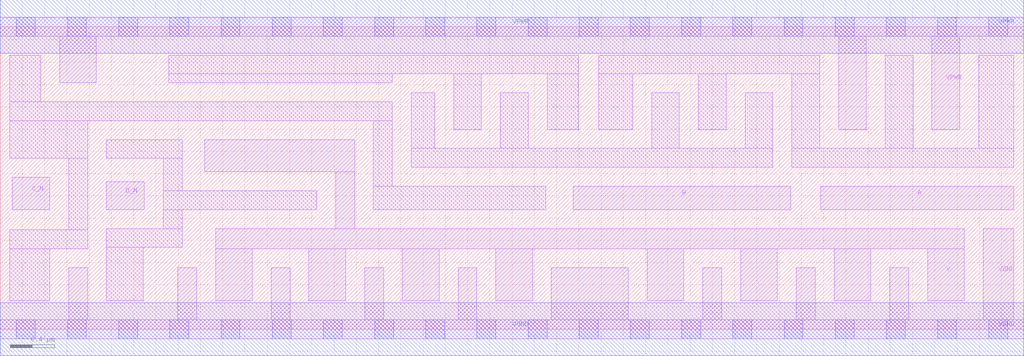
<source format=lef>
# Copyright 2020 The SkyWater PDK Authors
#
# Licensed under the Apache License, Version 2.0 (the "License");
# you may not use this file except in compliance with the License.
# You may obtain a copy of the License at
#
#     https://www.apache.org/licenses/LICENSE-2.0
#
# Unless required by applicable law or agreed to in writing, software
# distributed under the License is distributed on an "AS IS" BASIS,
# WITHOUT WARRANTIES OR CONDITIONS OF ANY KIND, either express or implied.
# See the License for the specific language governing permissions and
# limitations under the License.
#
# SPDX-License-Identifier: Apache-2.0

VERSION 5.7 ;
  NAMESCASESENSITIVE ON ;
  NOWIREEXTENSIONATPIN ON ;
  DIVIDERCHAR "/" ;
  BUSBITCHARS "[]" ;
UNITS
  DATABASE MICRONS 200 ;
END UNITS
MACRO sky130_fd_sc_hd__nor4bb_4
  CLASS CORE ;
  SOURCE USER ;
  FOREIGN sky130_fd_sc_hd__nor4bb_4 ;
  ORIGIN  0.000000  0.000000 ;
  SIZE  9.200000 BY  2.720000 ;
  SYMMETRY X Y R90 ;
  SITE unithd ;
  PIN A
    ANTENNAGATEAREA  0.990000 ;
    DIRECTION INPUT ;
    USE SIGNAL ;
    PORT
      LAYER li1 ;
        RECT 7.375000 1.075000 9.110000 1.285000 ;
    END
  END A
  PIN B
    ANTENNAGATEAREA  0.990000 ;
    DIRECTION INPUT ;
    USE SIGNAL ;
    PORT
      LAYER li1 ;
        RECT 5.150000 1.075000 7.105000 1.285000 ;
    END
  END B
  PIN C_N
    ANTENNAGATEAREA  0.247500 ;
    DIRECTION INPUT ;
    USE SIGNAL ;
    PORT
      LAYER li1 ;
        RECT 0.110000 1.075000 0.445000 1.365000 ;
    END
  END C_N
  PIN D_N
    ANTENNAGATEAREA  0.247500 ;
    DIRECTION INPUT ;
    USE SIGNAL ;
    PORT
      LAYER li1 ;
        RECT 0.955000 1.075000 1.295000 1.325000 ;
    END
  END D_N
  PIN Y
    ANTENNADIFFAREA  1.944000 ;
    DIRECTION OUTPUT ;
    USE SIGNAL ;
    PORT
      LAYER li1 ;
        RECT 1.840000 1.415000 3.185000 1.705000 ;
        RECT 1.935000 0.255000 2.265000 0.725000 ;
        RECT 1.935000 0.725000 8.665000 0.905000 ;
        RECT 2.775000 0.255000 3.105000 0.725000 ;
        RECT 3.015000 0.905000 3.185000 1.415000 ;
        RECT 3.615000 0.255000 3.945000 0.725000 ;
        RECT 4.455000 0.255000 4.785000 0.725000 ;
        RECT 5.815000 0.255000 6.145000 0.725000 ;
        RECT 6.655000 0.255000 6.985000 0.725000 ;
        RECT 7.495000 0.255000 7.825000 0.725000 ;
        RECT 8.335000 0.255000 8.665000 0.725000 ;
    END
  END Y
  PIN VGND
    DIRECTION INOUT ;
    SHAPE ABUTMENT ;
    USE GROUND ;
    PORT
      LAYER li1 ;
        RECT 0.000000 -0.085000 9.200000 0.085000 ;
        RECT 0.615000  0.085000 0.785000 0.555000 ;
        RECT 1.595000  0.085000 1.765000 0.555000 ;
        RECT 2.435000  0.085000 2.605000 0.555000 ;
        RECT 3.275000  0.085000 3.445000 0.555000 ;
        RECT 4.115000  0.085000 4.285000 0.555000 ;
        RECT 4.955000  0.085000 5.645000 0.555000 ;
        RECT 6.315000  0.085000 6.485000 0.555000 ;
        RECT 7.155000  0.085000 7.325000 0.555000 ;
        RECT 7.995000  0.085000 8.165000 0.555000 ;
        RECT 8.835000  0.085000 9.110000 0.905000 ;
      LAYER mcon ;
        RECT 0.145000 -0.085000 0.315000 0.085000 ;
        RECT 0.605000 -0.085000 0.775000 0.085000 ;
        RECT 1.065000 -0.085000 1.235000 0.085000 ;
        RECT 1.525000 -0.085000 1.695000 0.085000 ;
        RECT 1.985000 -0.085000 2.155000 0.085000 ;
        RECT 2.445000 -0.085000 2.615000 0.085000 ;
        RECT 2.905000 -0.085000 3.075000 0.085000 ;
        RECT 3.365000 -0.085000 3.535000 0.085000 ;
        RECT 3.825000 -0.085000 3.995000 0.085000 ;
        RECT 4.285000 -0.085000 4.455000 0.085000 ;
        RECT 4.745000 -0.085000 4.915000 0.085000 ;
        RECT 5.205000 -0.085000 5.375000 0.085000 ;
        RECT 5.665000 -0.085000 5.835000 0.085000 ;
        RECT 6.125000 -0.085000 6.295000 0.085000 ;
        RECT 6.585000 -0.085000 6.755000 0.085000 ;
        RECT 7.045000 -0.085000 7.215000 0.085000 ;
        RECT 7.505000 -0.085000 7.675000 0.085000 ;
        RECT 7.965000 -0.085000 8.135000 0.085000 ;
        RECT 8.425000 -0.085000 8.595000 0.085000 ;
        RECT 8.885000 -0.085000 9.055000 0.085000 ;
      LAYER met1 ;
        RECT 0.000000 -0.240000 9.200000 0.240000 ;
    END
  END VGND
  PIN VPWR
    DIRECTION INOUT ;
    SHAPE ABUTMENT ;
    USE POWER ;
    PORT
      LAYER li1 ;
        RECT 0.000000 2.635000 9.200000 2.805000 ;
        RECT 0.535000 2.215000 0.865000 2.635000 ;
        RECT 7.535000 1.795000 7.785000 2.635000 ;
        RECT 8.375000 1.795000 8.625000 2.635000 ;
      LAYER mcon ;
        RECT 0.145000 2.635000 0.315000 2.805000 ;
        RECT 0.605000 2.635000 0.775000 2.805000 ;
        RECT 1.065000 2.635000 1.235000 2.805000 ;
        RECT 1.525000 2.635000 1.695000 2.805000 ;
        RECT 1.985000 2.635000 2.155000 2.805000 ;
        RECT 2.445000 2.635000 2.615000 2.805000 ;
        RECT 2.905000 2.635000 3.075000 2.805000 ;
        RECT 3.365000 2.635000 3.535000 2.805000 ;
        RECT 3.825000 2.635000 3.995000 2.805000 ;
        RECT 4.285000 2.635000 4.455000 2.805000 ;
        RECT 4.745000 2.635000 4.915000 2.805000 ;
        RECT 5.205000 2.635000 5.375000 2.805000 ;
        RECT 5.665000 2.635000 5.835000 2.805000 ;
        RECT 6.125000 2.635000 6.295000 2.805000 ;
        RECT 6.585000 2.635000 6.755000 2.805000 ;
        RECT 7.045000 2.635000 7.215000 2.805000 ;
        RECT 7.505000 2.635000 7.675000 2.805000 ;
        RECT 7.965000 2.635000 8.135000 2.805000 ;
        RECT 8.425000 2.635000 8.595000 2.805000 ;
        RECT 8.885000 2.635000 9.055000 2.805000 ;
      LAYER met1 ;
        RECT 0.000000 2.480000 9.200000 2.960000 ;
    END
  END VPWR
  OBS
    LAYER li1 ;
      RECT 0.085000 0.255000 0.445000 0.725000 ;
      RECT 0.085000 0.725000 0.785000 0.895000 ;
      RECT 0.085000 1.535000 0.785000 1.875000 ;
      RECT 0.085000 1.875000 3.525000 2.045000 ;
      RECT 0.085000 2.045000 0.365000 2.465000 ;
      RECT 0.615000 0.895000 0.785000 1.535000 ;
      RECT 0.955000 0.255000 1.285000 0.735000 ;
      RECT 0.955000 0.735000 1.635000 0.905000 ;
      RECT 0.955000 1.535000 1.635000 1.705000 ;
      RECT 1.465000 0.905000 1.635000 1.075000 ;
      RECT 1.465000 1.075000 2.845000 1.245000 ;
      RECT 1.465000 1.245000 1.635000 1.535000 ;
      RECT 1.515000 2.215000 3.525000 2.295000 ;
      RECT 1.515000 2.295000 5.195000 2.465000 ;
      RECT 3.355000 1.075000 4.905000 1.285000 ;
      RECT 3.355000 1.285000 3.525000 1.875000 ;
      RECT 3.695000 1.455000 6.945000 1.625000 ;
      RECT 3.695000 1.625000 3.905000 2.125000 ;
      RECT 4.075000 1.795000 4.325000 2.295000 ;
      RECT 4.495000 1.625000 4.745000 2.125000 ;
      RECT 4.915000 1.795000 5.195000 2.295000 ;
      RECT 5.380000 1.795000 5.685000 2.295000 ;
      RECT 5.380000 2.295000 7.365000 2.465000 ;
      RECT 5.855000 1.625000 6.105000 2.125000 ;
      RECT 6.275000 1.795000 6.525000 2.295000 ;
      RECT 6.695000 1.625000 6.945000 2.125000 ;
      RECT 7.115000 1.455000 9.110000 1.625000 ;
      RECT 7.115000 1.625000 7.365000 2.295000 ;
      RECT 7.955000 1.625000 8.205000 2.465000 ;
      RECT 8.795000 1.625000 9.110000 2.465000 ;
  END
END sky130_fd_sc_hd__nor4bb_4
END LIBRARY

</source>
